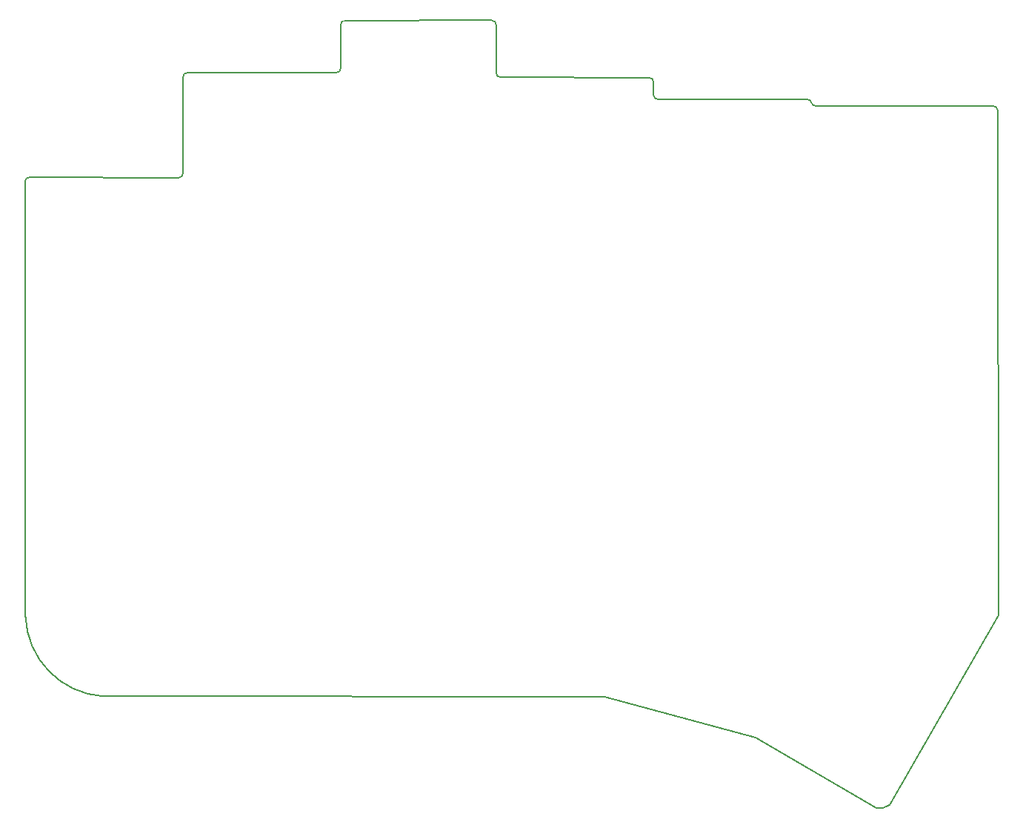
<source format=gbr>
G04 #@! TF.GenerationSoftware,KiCad,Pcbnew,7.0.8*
G04 #@! TF.CreationDate,2023-11-12T13:23:08-05:00*
G04 #@! TF.ProjectId,dancev2,64616e63-6576-4322-9e6b-696361645f70,1.0*
G04 #@! TF.SameCoordinates,Original*
G04 #@! TF.FileFunction,Profile,NP*
%FSLAX46Y46*%
G04 Gerber Fmt 4.6, Leading zero omitted, Abs format (unit mm)*
G04 Created by KiCad (PCBNEW 7.0.8) date 2023-11-12 13:23:08*
%MOMM*%
%LPD*%
G01*
G04 APERTURE LIST*
G04 #@! TA.AperFunction,Profile*
%ADD10C,0.150000*%
G04 #@! TD*
G04 APERTURE END LIST*
D10*
X160477200Y-125984000D02*
X174288668Y-133959600D01*
X130310000Y-44036200D02*
X113530000Y-44049553D01*
X85910703Y-121246468D02*
X143154400Y-121259600D01*
X94515447Y-62020847D02*
G75*
G03*
X95015447Y-61520847I-47J500047D01*
G01*
X148793180Y-51069020D02*
G75*
G03*
X148293200Y-50569020I-499980J20D01*
G01*
X77419200Y-61976000D02*
G75*
G03*
X76962000Y-62433200I0J-457200D01*
G01*
X174288670Y-133959592D02*
G75*
G03*
X175768000Y-133654800I440030J1606692D01*
G01*
X95017120Y-50506820D02*
X95015447Y-61520847D01*
X95517120Y-50006820D02*
G75*
G03*
X95017120Y-50506820I-20J-499980D01*
G01*
X113030000Y-44549553D02*
X113047120Y-49506820D01*
X166850402Y-53455020D02*
G75*
G03*
X166360498Y-53055000I-489902J-99980D01*
G01*
X112547120Y-50006820D02*
G75*
G03*
X113047120Y-49506820I-20J500020D01*
G01*
X77012800Y-76708000D02*
X77012800Y-93776800D01*
X166850386Y-53455024D02*
G75*
G03*
X167330400Y-53815020I480014J140024D01*
G01*
X113530000Y-44049500D02*
G75*
G03*
X113030000Y-44549553I100J-500100D01*
G01*
X148793200Y-52569020D02*
X148793200Y-51069020D01*
X77012815Y-112115599D02*
G75*
G03*
X85910703Y-121246467I9504985J361599D01*
G01*
X130810000Y-44536200D02*
G75*
G03*
X130310000Y-44036200I-500000J0D01*
G01*
X94515447Y-62020847D02*
X77419200Y-61976000D01*
X130810000Y-50053400D02*
X130810000Y-44536200D01*
X112547120Y-50006820D02*
X95517120Y-50006820D01*
X188120000Y-54305000D02*
G75*
G03*
X187620000Y-53805000I-500000J0D01*
G01*
X77012800Y-112115600D02*
X77012800Y-110744000D01*
X148293200Y-50569020D02*
X131310000Y-50553400D01*
X166360498Y-53055000D02*
X149293200Y-53069020D01*
X76962000Y-62433200D02*
X77012800Y-76708000D01*
X143154400Y-121259600D02*
X160477200Y-125984000D01*
X148793180Y-52569020D02*
G75*
G03*
X149293200Y-53069020I500020J20D01*
G01*
X188120000Y-54305000D02*
X188214000Y-112014000D01*
X175768000Y-133654800D02*
X188214000Y-112014000D01*
X187620000Y-53805000D02*
X167330400Y-53815020D01*
X130810000Y-50053400D02*
G75*
G03*
X131310000Y-50553400I500000J0D01*
G01*
X77012800Y-93776800D02*
X77012800Y-110744000D01*
M02*

</source>
